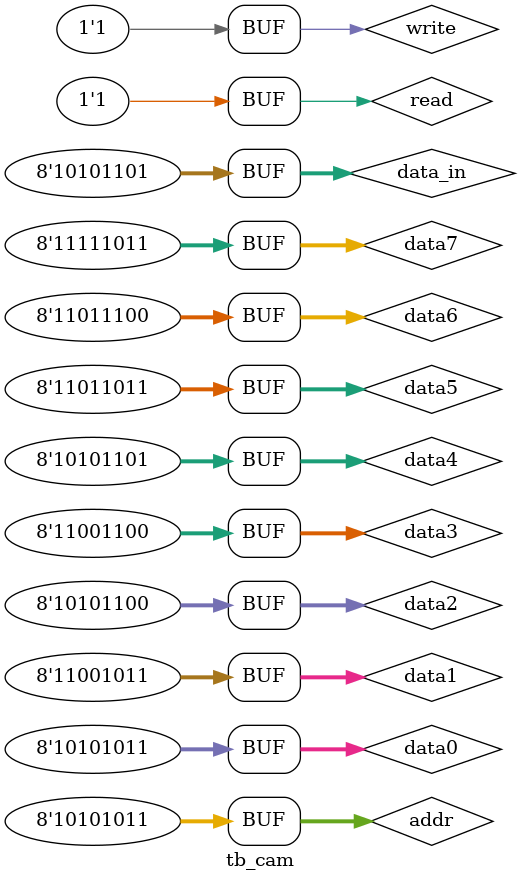
<source format=v>
`timescale 1ns / 1ps


module tb_cam;

	// Inputs
	reg [7:0] data0;
	reg [7:0] data1;
	reg [7:0] data2;
	reg [7:0] data3;
	reg [7:0] data4;
	reg [7:0] data5;
	reg [7:0] data6;
	reg [7:0] data7;
	reg [7:0] addr;
	reg [7:0] data_in;
	reg write;
	reg read;

	// Outputs
	wire srch0;
	wire srch1;
	wire srch2;
	wire srch3;
	wire srch4;
	wire srch5;
	wire srch6;
	wire srch7;
	wire [7:0] status;

	// Instantiate the Unit Under Test (UUT)
	CAM uut (
		.data0(data0), 
		.data1(data1), 
		.data2(data2), 
		.data3(data3), 
		.data4(data4), 
		.data5(data5), 
		.data6(data6), 
		.data7(data7), 
		.addr(addr), 
		.data_in(data_in), 
		.srch0(srch0), 
		.srch1(srch1), 
		.srch2(srch2), 
		.srch3(srch3), 
		.srch4(srch4), 
		.srch5(srch5), 
		.srch6(srch6), 
		.srch7(srch7), 
		.write(write), 
		.read(read), 
		.status(status)
	);

	initial begin
		// Initialize Inputs
		data0 = 8'hAB;
		data1 = 8'hCB;
		data2 = 8'hAC;
		data3 = 8'hCC;
		data4 = 8'hAD;
		data5 = 8'hDB;
		data6 = 8'hDC;
		data7 = 8'hFB;
		addr = 8'b10101011;
				write = 1;
		#100
		read = 1;
data_in =8'hAD ;

		// Wait 100 ns for global reset to finish
		#100;
        
		// Add stimulus here

	end
      
endmodule


</source>
